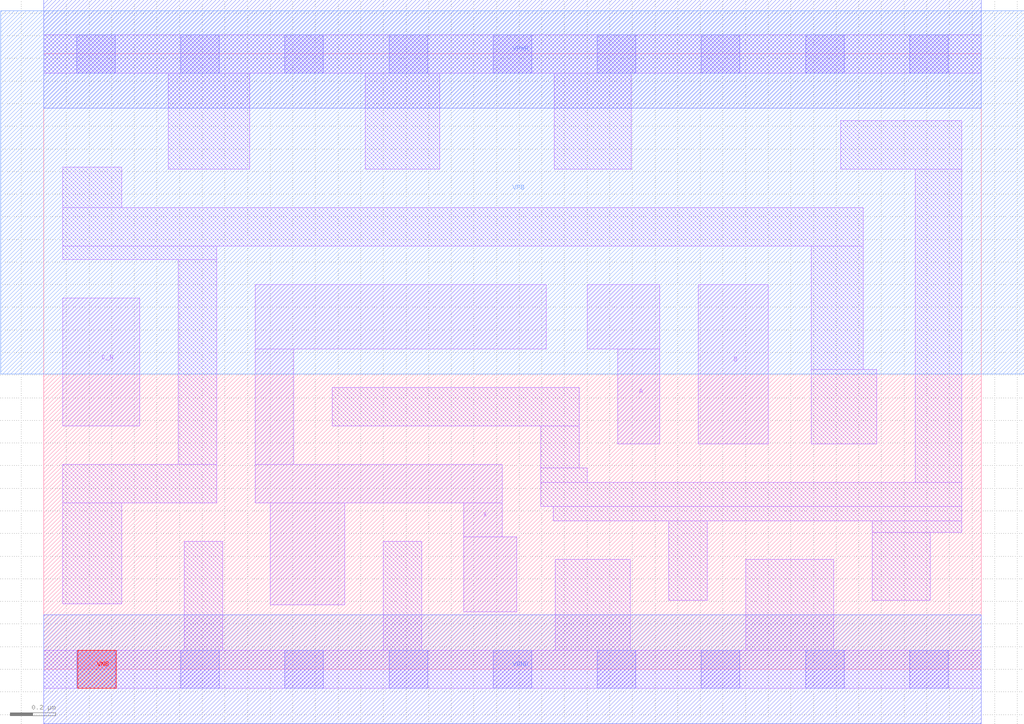
<source format=lef>
# Copyright 2020 The SkyWater PDK Authors
#
# Licensed under the Apache License, Version 2.0 (the "License");
# you may not use this file except in compliance with the License.
# You may obtain a copy of the License at
#
#     https://www.apache.org/licenses/LICENSE-2.0
#
# Unless required by applicable law or agreed to in writing, software
# distributed under the License is distributed on an "AS IS" BASIS,
# WITHOUT WARRANTIES OR CONDITIONS OF ANY KIND, either express or implied.
# See the License for the specific language governing permissions and
# limitations under the License.
#
# SPDX-License-Identifier: Apache-2.0

VERSION 5.7 ;
  NOWIREEXTENSIONATPIN ON ;
  DIVIDERCHAR "/" ;
  BUSBITCHARS "[]" ;
MACRO sky130_fd_sc_hd__or3b_4
  CLASS CORE ;
  FOREIGN sky130_fd_sc_hd__or3b_4 ;
  ORIGIN  0.000000  0.000000 ;
  SIZE  4.140000 BY  2.720000 ;
  SYMMETRY X Y R90 ;
  SITE unithd ;
  PIN A
    ANTENNAGATEAREA  0.247500 ;
    DIRECTION INPUT ;
    USE SIGNAL ;
    PORT
      LAYER li1 ;
        RECT 2.400000 1.415000 2.720000 1.700000 ;
        RECT 2.535000 0.995000 2.720000 1.415000 ;
    END
  END A
  PIN B
    ANTENNAGATEAREA  0.247500 ;
    DIRECTION INPUT ;
    USE SIGNAL ;
    PORT
      LAYER li1 ;
        RECT 2.890000 0.995000 3.200000 1.700000 ;
    END
  END B
  PIN C_N
    ANTENNAGATEAREA  0.126000 ;
    DIRECTION INPUT ;
    USE SIGNAL ;
    PORT
      LAYER li1 ;
        RECT 0.085000 1.075000 0.425000 1.640000 ;
    END
  END C_N
  PIN VNB
    PORT
      LAYER pwell ;
        RECT 0.150000 -0.085000 0.320000 0.085000 ;
    END
  END VNB
  PIN VPB
    PORT
      LAYER nwell ;
        RECT -0.190000 1.305000 4.330000 2.910000 ;
    END
  END VPB
  PIN X
    ANTENNADIFFAREA  0.891000 ;
    DIRECTION OUTPUT ;
    USE SIGNAL ;
    PORT
      LAYER li1 ;
        RECT 0.935000 0.735000 2.025000 0.905000 ;
        RECT 0.935000 0.905000 1.105000 1.415000 ;
        RECT 0.935000 1.415000 2.220000 1.700000 ;
        RECT 1.000000 0.285000 1.330000 0.735000 ;
        RECT 1.855000 0.255000 2.090000 0.585000 ;
        RECT 1.855000 0.585000 2.025000 0.735000 ;
    END
  END X
  PIN VGND
    DIRECTION INOUT ;
    SHAPE ABUTMENT ;
    USE GROUND ;
    PORT
      LAYER met1 ;
        RECT 0.000000 -0.240000 4.140000 0.240000 ;
    END
  END VGND
  PIN VPWR
    DIRECTION INOUT ;
    SHAPE ABUTMENT ;
    USE POWER ;
    PORT
      LAYER met1 ;
        RECT 0.000000 2.480000 4.140000 2.960000 ;
    END
  END VPWR
  OBS
    LAYER li1 ;
      RECT 0.000000 -0.085000 4.140000 0.085000 ;
      RECT 0.000000  2.635000 4.140000 2.805000 ;
      RECT 0.085000  0.290000 0.345000 0.735000 ;
      RECT 0.085000  0.735000 0.765000 0.905000 ;
      RECT 0.085000  1.810000 0.765000 1.870000 ;
      RECT 0.085000  1.870000 3.620000 2.040000 ;
      RECT 0.085000  2.040000 0.345000 2.220000 ;
      RECT 0.550000  2.210000 0.910000 2.635000 ;
      RECT 0.595000  0.905000 0.765000 1.810000 ;
      RECT 0.620000  0.085000 0.790000 0.565000 ;
      RECT 1.275000  1.075000 2.365000 1.245000 ;
      RECT 1.420000  2.210000 1.750000 2.635000 ;
      RECT 1.500000  0.085000 1.670000 0.565000 ;
      RECT 2.195000  0.720000 4.055000 0.825000 ;
      RECT 2.195000  0.825000 2.400000 0.890000 ;
      RECT 2.195000  0.890000 2.365000 1.075000 ;
      RECT 2.250000  0.655000 4.055000 0.720000 ;
      RECT 2.255000  2.210000 2.595000 2.635000 ;
      RECT 2.260000  0.085000 2.590000 0.485000 ;
      RECT 2.760000  0.305000 2.930000 0.655000 ;
      RECT 3.100000  0.085000 3.490000 0.485000 ;
      RECT 3.390000  0.995000 3.680000 1.325000 ;
      RECT 3.390000  1.325000 3.620000 1.870000 ;
      RECT 3.520000  2.210000 4.055000 2.425000 ;
      RECT 3.660000  0.305000 3.915000 0.605000 ;
      RECT 3.660000  0.605000 4.055000 0.655000 ;
      RECT 3.850000  0.825000 4.055000 2.210000 ;
    LAYER mcon ;
      RECT 0.145000 -0.085000 0.315000 0.085000 ;
      RECT 0.145000  2.635000 0.315000 2.805000 ;
      RECT 0.605000 -0.085000 0.775000 0.085000 ;
      RECT 0.605000  2.635000 0.775000 2.805000 ;
      RECT 1.065000 -0.085000 1.235000 0.085000 ;
      RECT 1.065000  2.635000 1.235000 2.805000 ;
      RECT 1.525000 -0.085000 1.695000 0.085000 ;
      RECT 1.525000  2.635000 1.695000 2.805000 ;
      RECT 1.985000 -0.085000 2.155000 0.085000 ;
      RECT 1.985000  2.635000 2.155000 2.805000 ;
      RECT 2.445000 -0.085000 2.615000 0.085000 ;
      RECT 2.445000  2.635000 2.615000 2.805000 ;
      RECT 2.905000 -0.085000 3.075000 0.085000 ;
      RECT 2.905000  2.635000 3.075000 2.805000 ;
      RECT 3.365000 -0.085000 3.535000 0.085000 ;
      RECT 3.365000  2.635000 3.535000 2.805000 ;
      RECT 3.825000 -0.085000 3.995000 0.085000 ;
      RECT 3.825000  2.635000 3.995000 2.805000 ;
  END
END sky130_fd_sc_hd__or3b_4
END LIBRARY

</source>
